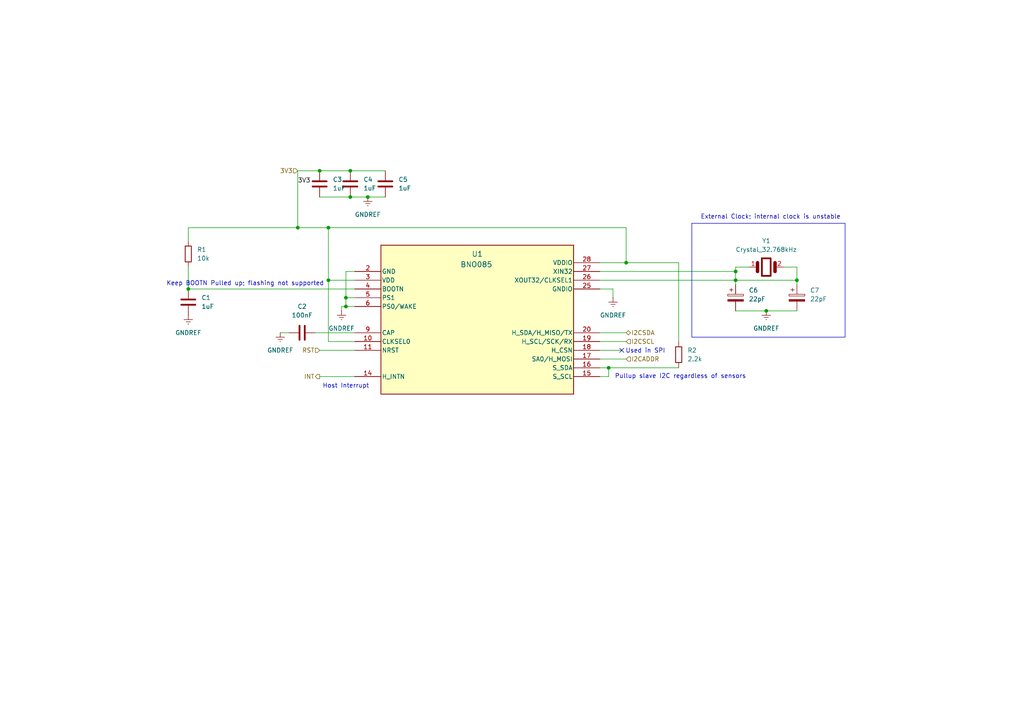
<source format=kicad_sch>
(kicad_sch (version 20231120) (generator "eeschema") (generator_version "8.0")
  (paper "A4")
  (lib_symbols
    (symbol "Device:C" (pin_numbers hide) (pin_names (offset 0.254))
      (property "Reference" "C" (at 0.635 2.54 0))
      (property "Value" "C" (at 0.635 -2.54 0))
      (symbol "C_0_1"
        (polyline (pts (xy -2.032 -0.762) (xy 2.032 -0.762)) (stroke (width 0.508)))
        (polyline (pts (xy -2.032 0.762) (xy 2.032 0.762)) (stroke (width 0.508)))
      )
      (symbol "C_1_1"
        (pin passive line (at 0 3.81 270) (length 2.794) (name "~") (number "1"))
        (pin passive line (at 0 -3.81 90) (length 2.794) (name "~") (number "2"))
      )
    )
    (symbol "Device:C_Polarized" (pin_numbers hide) (pin_names (offset 0.254))
      (property "Reference" "C" (at 0.635 2.54 0))
      (property "Value" "C_Polarized" (at 0.635 -2.54 0))
      (symbol "C_Polarized_0_1"
        (rectangle (start -2.286 0.508) (end 2.286 1.016))
        (polyline (pts (xy -1.778 2.286) (xy -0.762 2.286)))
        (polyline (pts (xy -1.27 2.794) (xy -1.27 1.778)))
        (rectangle (start 2.286 -0.508) (end -2.286 -1.016) (fill (type outline)))
      )
      (symbol "C_Polarized_1_1"
        (pin passive line (at 0 3.81 270) (length 2.794) (name "~") (number "1"))
        (pin passive line (at 0 -3.81 90) (length 2.794) (name "~") (number "2"))
      )
    )
    (symbol "PCM_SL_Devices:Crystal_32.768kHz"
      (property "Reference" "Y" (at 0 7.62 0))
      (property "Value" "Crystal_32.768kHz" (at 0 5.08 0))
      (symbol "Crystal_32.768kHz_0_1"
        (rectangle (start -1.27 2.54) (end 1.27 -2.54) (stroke (width 0.5)))
        (polyline (pts (xy -2.54 1.27) (xy -2.54 -1.27)) (stroke (width 1)))
        (polyline (pts (xy 2.54 1.27) (xy 2.54 -1.27)) (stroke (width 1)))
      )
      (symbol "Crystal_32.768kHz_1_1"
        (pin passive line (at -5.08 0 0) (length 2.54) (name "") (number "1"))
        (pin passive line (at 5.08 0 180) (length 2.54) (name "") (number "2"))
      )
    )
    (symbol "PCM_SL_Resistors:10k"
      (property "Reference" "R" (at 0 5.08 0))
      (property "Value" "10k" (at 0 2.54 0))
      (symbol "10k_0_1"
        (rectangle (start -2.286 0.889) (end 2.286 -0.889) (stroke (width 0.24)))
      )
      (symbol "10k_1_1"
        (pin passive line (at -3.81 0 0) (length 1.5) (name "") (number "1"))
        (pin passive line (at 3.81 0 180) (length 1.5) (name "~") (number "2"))
      )
    )
    (symbol "PCM_SL_Resistors:2.2k"
      (property "Reference" "R" (at 0 5.08 0))
      (property "Value" "2.2k" (at 0 2.54 0))
      (symbol "2.2k_0_1"
        (rectangle (start -2.286 0.889) (end 2.286 -0.889) (stroke (width 0.24)))
      )
      (symbol "2.2k_1_1"
        (pin passive line (at -3.81 0 0) (length 1.5) (name "") (number "1"))
        (pin passive line (at 3.81 0 180) (length 1.5) (name "~") (number "2"))
      )
    )
    (symbol "PartsLib:GNDREF" (power) (pin_numbers hide) (pin_names (offset 0) hide)
      (property "Value" "GNDREF" (at 0 -3.81 0))
      (symbol "GNDREF_0_1"
        (polyline (pts (xy -0.635 -1.905) (xy 0.635 -1.905)))
        (polyline (pts (xy -0.127 -2.54) (xy 0.127 -2.54)))
        (polyline (pts (xy 0 -1.27) (xy 0 0)))
        (polyline (pts (xy 1.27 -1.27) (xy -1.27 -1.27)))
      )
      (symbol "GNDREF_1_1"
        (pin power_in line (at 0 0 270) (length 0) (name "~") (number "1"))
      )
    )
    (symbol "Peanut:BNO085" (pin_names (offset 0.254))
      (property "Reference" "U" (at 35.56 10.16 0))
      (property "Value" "BNO085" (at 35.56 7.62 0))
      (symbol "BNO085_0_1"
        (rectangle (start 7.62 5.08) (end 63.5 -38.1) (stroke (width 0.254)) (fill (type background)))
        (pin input line (at 0 -22.86 0) (length 7.62) (name "CLKSEL0") (number "10"))
        (pin input line (at 0 -25.4 0) (length 7.62) (name "NRST") (number "11"))
        (pin output line (at 0 -33.02 0) (length 7.62) (name "H_INTN") (number "14"))
        (pin input line (at 71.12 -27.94 180) (length 7.62) (name "SA0/H_MOSI") (number "17"))
        (pin input line (at 71.12 -25.4 180) (length 7.62) (name "H_CSN") (number "18"))
        (pin bidirectional line (at 71.12 -22.86 180) (length 7.62) (name "H_SCL/SCK/RX") (number "19"))
        (pin power_out line (at 0 -2.54 0) (length 7.62) (name "GND") (number "2"))
        (pin bidirectional line (at 71.12 -20.32 180) (length 7.62) (name "H_SDA/H_MISO/TX") (number "20"))
        (pin output line (at 71.12 -5.08 180) (length 7.62) (name "XOUT32/CLKSEL1") (number "26"))
        (pin input line (at 71.12 -2.54 180) (length 7.62) (name "XIN32") (number "27"))
        (pin power_in line (at 71.12 0 180) (length 7.62) (name "VDDIO") (number "28"))
        (pin power_in line (at 0 -5.08 0) (length 7.62) (name "VDD") (number "3"))
        (pin input line (at 0 -7.62 0) (length 7.62) (name "BOOTN") (number "4"))
        (pin input line (at 0 -10.16 0) (length 7.62) (name "PS1") (number "5"))
        (pin input line (at 0 -12.7 0) (length 7.62) (name "PS0/WAKE") (number "6"))
        (pin power_in line (at 0 -20.32 0) (length 7.62) (name "CAP") (number "9"))
      )
      (symbol "BNO085_1_1"
        (pin no_connect line (at 0 0 0) (length 7.62) hide (name "RESV_NC") (number "1"))
        (pin no_connect line (at 0 -27.94 0) (length 7.62) hide (name "RESV_NC") (number "12"))
        (pin no_connect line (at 0 -30.48 0) (length 7.62) hide (name "RESV_NC") (number "13"))
        (pin bidirectional line (at 71.12 -33.02 180) (length 7.62) (name "S_SCL") (number "15"))
        (pin bidirectional line (at 71.12 -30.48 180) (length 7.62) (name "S_SDA") (number "16"))
        (pin no_connect line (at 71.12 -17.78 180) (length 7.62) hide (name "RESV_NC") (number "21"))
        (pin no_connect line (at 71.12 -15.24 180) (length 7.62) hide (name "RESV_NC") (number "22"))
        (pin no_connect line (at 71.12 -12.7 180) (length 7.62) hide (name "RESV_NC") (number "23"))
        (pin no_connect line (at 71.12 -10.16 180) (length 7.62) hide (name "RESV_NC") (number "24"))
        (pin power_out line (at 71.12 -7.62 180) (length 7.62) (name "GNDIO") (number "25"))
        (pin no_connect line (at 0 -15.24 0) (length 7.62) hide (name "RESV_NC") (number "7"))
        (pin no_connect line (at 0 -17.78 0) (length 7.62) hide (name "RESV_NC") (number "8"))
      )
    )
  )
  (junction (at 101.6 57.15))
  (junction (at 101.6 49.53))
  (junction (at 213.36 78.74))
  (junction (at 95.25 81.28))
  (junction (at 213.36 81.28))
  (junction (at 86.36 66.04))
  (junction (at 95.25 66.04))
  (junction (at 181.61 76.2))
  (junction (at 92.71 49.53))
  (junction (at 100.33 88.9))
  (junction (at 176.53 106.68))
  (junction (at 222.25 90.17))
  (junction (at 54.61 83.82))
  (junction (at 231.14 81.28))
  (junction (at 106.68 57.15))
  (junction (at 100.33 86.36))
  (no_connect (at 180.34 101.6))
  (wire (pts (xy 177.8 86.36) (xy 177.8 83.82)))
  (wire (pts (xy 173.99 81.28) (xy 213.36 81.28)))
  (wire (pts (xy 95.25 66.04) (xy 95.25 81.28)))
  (wire (pts (xy 100.33 78.74) (xy 102.87 78.74)))
  (wire (pts (xy 231.14 77.47) (xy 231.14 81.28)))
  (wire (pts (xy 95.25 81.28) (xy 95.25 99.06)))
  (wire (pts (xy 100.33 78.74) (xy 100.33 86.36)))
  (wire (pts (xy 213.36 81.28) (xy 231.14 81.28)))
  (wire (pts (xy 173.99 76.2) (xy 181.61 76.2)))
  (wire (pts (xy 91.44 96.52) (xy 102.87 96.52)))
  (wire (pts (xy 196.85 99.06) (xy 196.85 76.2)))
  (wire (pts (xy 213.36 78.74) (xy 213.36 81.28)))
  (wire (pts (xy 176.53 106.68) (xy 196.85 106.68)))
  (wire (pts (xy 86.36 49.53) (xy 92.71 49.53)))
  (wire (pts (xy 213.36 81.28) (xy 213.36 82.55)))
  (wire (pts (xy 173.99 83.82) (xy 177.8 83.82)))
  (wire (pts (xy 173.99 109.22) (xy 176.53 109.22)))
  (wire (pts (xy 173.99 78.74) (xy 213.36 78.74)))
  (wire (pts (xy 100.33 86.36) (xy 100.33 88.9)))
  (wire (pts (xy 213.36 77.47) (xy 217.17 77.47)))
  (wire (pts (xy 54.61 66.04) (xy 86.36 66.04)))
  (wire (pts (xy 81.28 96.52) (xy 83.82 96.52)))
  (wire (pts (xy 95.25 66.04) (xy 181.61 66.04)))
  (wire (pts (xy 173.99 101.6) (xy 180.34 101.6)))
  (wire (pts (xy 99.06 88.9) (xy 100.33 88.9)))
  (wire (pts (xy 100.33 88.9) (xy 102.87 88.9)))
  (wire (pts (xy 92.71 49.53) (xy 101.6 49.53)))
  (wire (pts (xy 86.36 66.04) (xy 95.25 66.04)))
  (wire (pts (xy 176.53 109.22) (xy 176.53 106.68)))
  (wire (pts (xy 101.6 57.15) (xy 106.68 57.15)))
  (wire (pts (xy 99.06 88.9) (xy 99.06 90.17)))
  (wire (pts (xy 54.61 66.04) (xy 54.61 69.85)))
  (wire (pts (xy 181.61 66.04) (xy 181.61 76.2)))
  (wire (pts (xy 92.71 57.15) (xy 101.6 57.15)))
  (wire (pts (xy 173.99 106.68) (xy 176.53 106.68)))
  (wire (pts (xy 86.36 49.53) (xy 86.36 66.04)))
  (wire (pts (xy 54.61 77.47) (xy 54.61 83.82)))
  (wire (pts (xy 106.68 57.15) (xy 111.76 57.15)))
  (wire (pts (xy 222.25 90.17) (xy 231.14 90.17)))
  (wire (pts (xy 231.14 81.28) (xy 231.14 82.55)))
  (wire (pts (xy 213.36 90.17) (xy 222.25 90.17)))
  (wire (pts (xy 173.99 99.06) (xy 181.61 99.06)))
  (wire (pts (xy 92.71 109.22) (xy 102.87 109.22)))
  (wire (pts (xy 181.61 76.2) (xy 196.85 76.2)))
  (wire (pts (xy 173.99 104.14) (xy 181.61 104.14)))
  (wire (pts (xy 100.33 86.36) (xy 102.87 86.36)))
  (wire (pts (xy 95.25 81.28) (xy 102.87 81.28)))
  (wire (pts (xy 54.61 83.82) (xy 102.87 83.82)))
  (wire (pts (xy 213.36 77.47) (xy 213.36 78.74)))
  (wire (pts (xy 92.71 101.6) (xy 102.87 101.6)))
  (wire (pts (xy 173.99 96.52) (xy 181.61 96.52)))
  (wire (pts (xy 227.33 77.47) (xy 231.14 77.47)))
  (wire (pts (xy 95.25 99.06) (xy 102.87 99.06)))
  (wire (pts (xy 111.76 49.53) (xy 101.6 49.53)))
  (rectangle (start 200.66 64.77) (end 245.11 97.79))
  (text "External Clock; internal clock is unstable\n" (at 223.52 62.992 0) (effects (font (size 1.27 1.27))))
  (text "Keep BOOTN Pulled up; flashing not supported\n" (at 71.12 82.296 0) (effects (font (size 1.27 1.27))))
  (text "Used in SPI" (at 187.198 101.854 0) (effects (font (size 1.27 1.27))))
  (text "Pullup slave I2C regardless of sensors\n" (at 197.358 109.22 0) (effects (font (size 1.27 1.27))))
  (text "Host Interrupt" (at 100.33 112.014 0) (effects (font (size 1.27 1.27))))
  (label "3V3" (at 86.36 53.34 0))
  (hierarchical_label "3V3" (shape input) (at 86.36 49.53 180))
  (hierarchical_label "INT" (shape output) (at 92.71 109.22 180))
  (hierarchical_label "I2CSDA" (shape bidirectional) (at 181.61 96.52 0))
  (hierarchical_label "I2CSCL" (shape input) (at 181.61 99.06 0))
  (hierarchical_label "I2CADDR" (shape input) (at 181.61 104.14 0))
  (hierarchical_label "RST" (shape input) (at 92.71 101.6 180))
  (symbol (lib_id "Peanut:BNO085") (at 102.87 76.2 0) (unit 1)
    (property "Reference" "U1" (at 138.43 73.66 0) (effects (font (size 1.524 1.524))))
    (property "Value" "BNO085" (at 138.176 76.708 0) (effects (font (size 1.524 1.524))))
    (property "Footprint" "Snapeda:LGA28_5.2X3.8_CEV" (effects (hide yes)))
    (property "Datasheet" "BNO085" (effects (hide yes)))
  )
  (symbol (lib_id "Device:C") (at 101.6 53.34 0) (unit 1)
    (property "Reference" "C4" (at 105.41 52.0699 0) (effects (justify left)))
    (property "Value" "1uF" (at 105.41 54.6099 0) (effects (justify left)))
    (property "Footprint" "Capacitor_SMD:C_0201_0603Metric" (effects (hide yes)))
    (property "Description" "Unpolarized capacitor" (effects (hide yes)))
  )
  (symbol (lib_id "Device:C") (at 92.71 53.34 0) (unit 1)
    (property "Reference" "C3" (at 96.52 52.0699 0) (effects (justify left)))
    (property "Value" "1uF" (at 96.52 54.6099 0) (effects (justify left)))
    (property "Footprint" "Capacitor_SMD:C_0201_0603Metric" (effects (hide yes)))
    (property "Description" "Unpolarized capacitor" (effects (hide yes)))
  )
  (symbol (lib_id "PartsLib:GNDREF") (at 99.06 90.17 0) (unit 1)
    (property "Reference" "#PWR03" (effects (hide yes)))
    (property "Value" "GNDREF" (at 99.06 95.25 0))
    (property "Description" "Power symbol creates a global label with name \"GNDREF\" , reference supply ground" (effects (hide yes)))
  )
  (symbol (lib_id "Device:C") (at 87.63 96.52 90) (unit 1)
    (property "Reference" "C2" (at 87.63 88.9 90))
    (property "Value" "100nF" (at 87.63 91.44 90))
    (property "Footprint" "Capacitor_SMD:C_0201_0603Metric" (effects (hide yes)))
    (property "Description" "Unpolarized capacitor" (effects (hide yes)))
  )
  (symbol (lib_id "Device:C_Polarized") (at 231.14 86.36 0) (unit 1)
    (property "Reference" "C7" (at 234.95 84.2009 0) (effects (justify left)))
    (property "Value" "22pF" (at 234.95 86.7409 0) (effects (justify left)))
    (property "Footprint" "Capacitor_SMD:C_0201_0603Metric" (effects (hide yes)))
    (property "Description" "Polarized capacitor" (effects (hide yes)))
  )
  (symbol (lib_id "PartsLib:GNDREF") (at 222.25 90.17 0) (unit 1)
    (property "Reference" "#PWR06" (effects (hide yes)))
    (property "Value" "GNDREF" (at 222.25 95.25 0))
    (property "Description" "Power symbol creates a global label with name \"GNDREF\" , reference supply ground" (effects (hide yes)))
  )
  (symbol (lib_id "PartsLib:GNDREF") (at 54.61 91.44 0) (unit 1)
    (property "Reference" "#PWR01" (effects (hide yes)))
    (property "Value" "GNDREF" (at 54.61 96.52 0))
    (property "Description" "Power symbol creates a global label with name \"GNDREF\" , reference supply ground" (effects (hide yes)))
  )
  (symbol (lib_id "Device:C") (at 111.76 53.34 0) (unit 1)
    (property "Reference" "C5" (at 115.57 52.0699 0) (effects (justify left)))
    (property "Value" "1uF" (at 115.57 54.6099 0) (effects (justify left)))
    (property "Footprint" "Capacitor_SMD:C_0201_0603Metric" (effects (hide yes)))
    (property "Description" "Unpolarized capacitor" (effects (hide yes)))
  )
  (symbol (lib_id "Device:C_Polarized") (at 213.36 86.36 0) (unit 1)
    (property "Reference" "C6" (at 217.17 84.2009 0) (effects (justify left)))
    (property "Value" "22pF" (at 217.17 86.7409 0) (effects (justify left)))
    (property "Footprint" "Capacitor_SMD:C_0201_0603Metric" (effects (hide yes)))
    (property "Description" "Polarized capacitor" (effects (hide yes)))
  )
  (symbol (lib_id "PartsLib:GNDREF") (at 177.8 86.36 0) (unit 1)
    (property "Reference" "#PWR05" (effects (hide yes)))
    (property "Value" "GNDREF" (at 177.8 91.44 0))
    (property "Description" "Power symbol creates a global label with name \"GNDREF\" , reference supply ground" (effects (hide yes)))
  )
  (symbol (lib_id "PartsLib:GNDREF") (at 81.28 96.52 0) (unit 1)
    (property "Reference" "#PWR02" (effects (hide yes)))
    (property "Value" "GNDREF" (at 81.28 101.6 0))
    (property "Description" "Power symbol creates a global label with name \"GNDREF\" , reference supply ground" (effects (hide yes)))
  )
  (symbol (lib_id "PCM_SL_Resistors:10k") (at 54.61 73.66 90) (unit 1)
    (property "Reference" "R1" (at 57.15 72.3899 90) (effects (justify right)))
    (property "Value" "10k" (at 57.15 74.9299 90) (effects (justify right)))
    (property "Footprint" "Resistor_SMD:R_0201_0603Metric" (effects (hide yes)))
    (property "Description" "10kΩ, 1/4W Resistor" (effects (hide yes)))
  )
  (symbol (lib_id "Device:C") (at 54.61 87.63 0) (unit 1)
    (property "Reference" "C1" (at 58.42 86.3599 0) (effects (justify left)))
    (property "Value" "1uF" (at 58.42 88.8999 0) (effects (justify left)))
    (property "Footprint" "Capacitor_SMD:C_0201_0603Metric" (effects (hide yes)))
    (property "Description" "Unpolarized capacitor" (effects (hide yes)))
  )
  (symbol (lib_id "PCM_SL_Devices:Crystal_32.768kHz") (at 222.25 77.47 0) (unit 1)
    (property "Reference" "Y1" (at 222.25 69.85 0))
    (property "Value" "Crystal_32.768kHz" (at 222.25 72.39 0))
    (property "Footprint" "Crystal:Crystal_SMD_3215-2Pin_3.2x1.5mm" (effects (hide yes)))
    (property "Description" "32.768kHz Crystal" (effects (hide yes)))
  )
  (symbol (lib_id "PartsLib:GNDREF") (at 106.68 57.15 0) (unit 1)
    (property "Reference" "#PWR04" (effects (hide yes)))
    (property "Value" "GNDREF" (at 106.68 62.23 0))
    (property "Description" "Power symbol creates a global label with name \"GNDREF\" , reference supply ground" (effects (hide yes)))
  )
  (symbol (lib_id "PCM_SL_Resistors:2.2k") (at 196.85 102.87 270) (unit 1)
    (property "Reference" "R2" (at 199.39 101.5999 90) (effects (justify left)))
    (property "Value" "2.2k" (at 199.39 104.1399 90) (effects (justify left)))
    (property "Footprint" "Resistor_SMD:R_0402_1005Metric" (effects (hide yes)))
    (property "Description" "2.2kΩ, 1/4W Resistor" (effects (hide yes)))
  )
)
</source>
